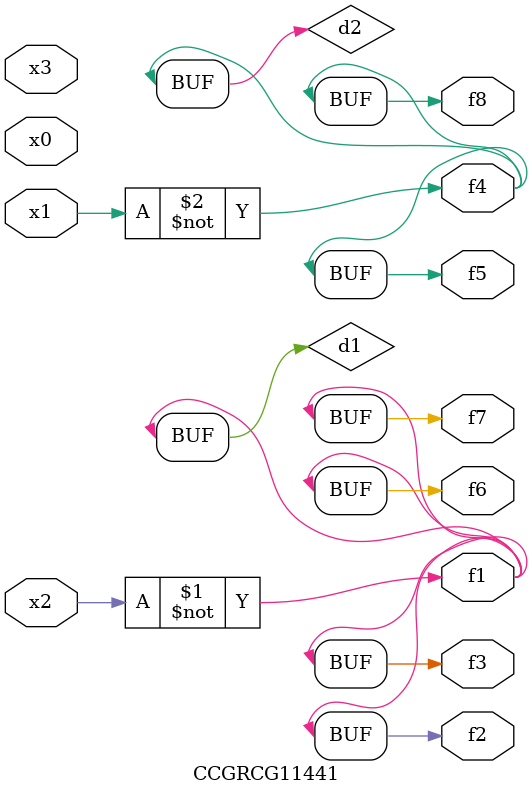
<source format=v>
module CCGRCG11441(
	input x0, x1, x2, x3,
	output f1, f2, f3, f4, f5, f6, f7, f8
);

	wire d1, d2;

	xnor (d1, x2);
	not (d2, x1);
	assign f1 = d1;
	assign f2 = d1;
	assign f3 = d1;
	assign f4 = d2;
	assign f5 = d2;
	assign f6 = d1;
	assign f7 = d1;
	assign f8 = d2;
endmodule

</source>
